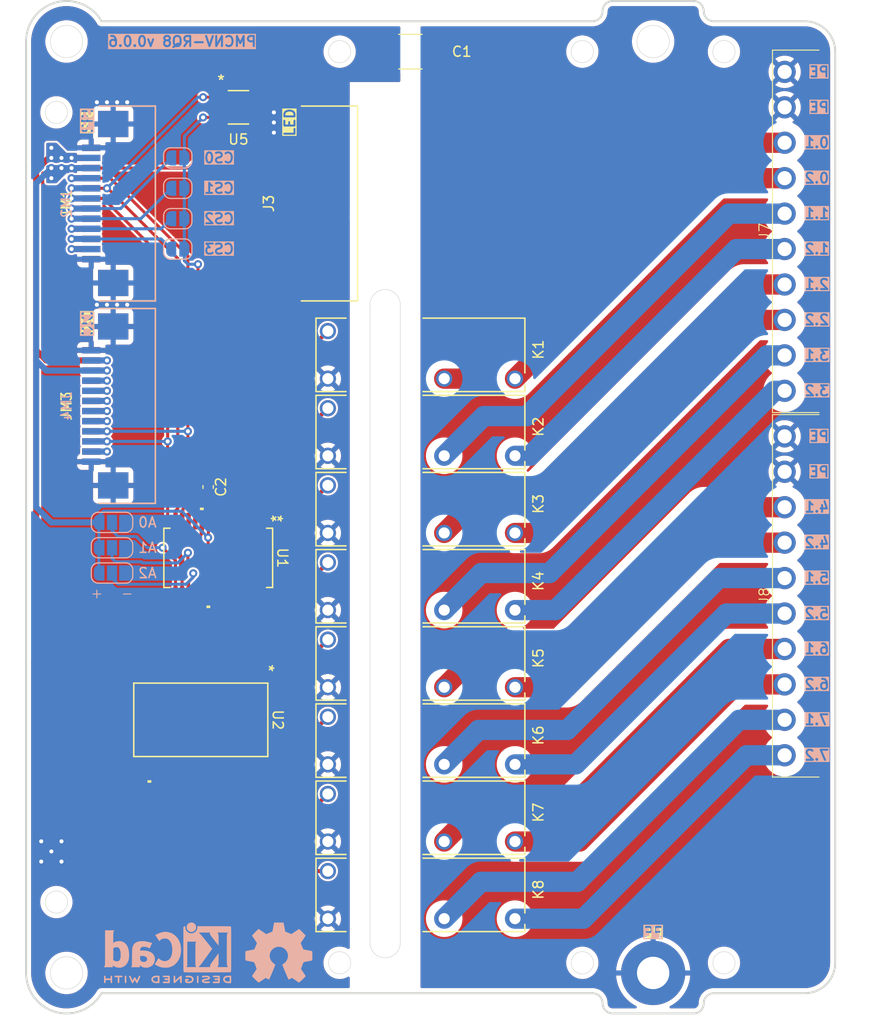
<source format=kicad_pcb>
(kicad_pcb (version 20241229) (generator "pcbnew") (generator_version "9.0")
  (title_block (title "${article} v${version}"))
  (layers (0 "F.Cu" signal) (2 "B.Cu" signal) (13 "F.Paste" user) (15 "B.Paste" user) (5 "F.SilkS" user "F.Silkscreen") (7 "B.SilkS" user "B.Silkscreen") (1 "F.Mask" user) (3 "B.Mask" user) (25 "Edge.Cuts" user))
  (property "article" "PMCNV-RQ8")
  (property "version" "0.0.6")
  (net 0 "")
  (net 1 "/K7")
  (net 2 "/K3")
  (net 3 "/K5")
  (net 4 "/K6")
  (net 5 "/K8")
  (net 6 "/K4")
  (net 7 "/K1")
  (net 8 "/K2")
  (net 9 "PE")
  (net 10 "/MISO")
  (net 11 "/K8_exp")
  (net 12 "/K4_exp")
  (net 13 "/K7_exp")
  (net 14 "/K1_exp")
  (net 15 "/K6_exp")
  (net 16 "/K2_exp")
  (net 17 "/K3_exp")
  (net 18 "/K5_exp")
  (net 19 "/CS")
  (net 20 "/K8_led")
  (net 21 "/K7_led")
  (net 22 "/K5_led")
  (net 23 "/K1_led")
  (net 24 "/K6_led")
  (net 25 "/K4_led")
  (net 26 "/K2_led")
  (net 27 "/K3_led")
  (net 28 "/CS3")
  (net 29 "/CS0")
  (net 30 "/CS2")
  (net 31 "/CS1")
  (net 32 "Net-(J7-Pin_8)")
  (net 33 "Net-(J7-Pin_4)")
  (net 34 "Net-(J7-Pin_2)")
  (net 35 "Net-(J7-Pin_7)")
  (net 36 "Net-(J7-Pin_1)")
  (net 37 "Net-(J7-Pin_3)")
  (net 38 "Net-(J7-Pin_5)")
  (net 39 "Net-(J7-Pin_6)")
  (net 40 "Net-(J8-Pin_1)")
  (net 41 "Net-(J8-Pin_5)")
  (net 42 "Net-(J8-Pin_3)")
  (net 43 "Net-(J8-Pin_6)")
  (net 44 "Net-(J8-Pin_7)")
  (net 45 "Net-(J8-Pin_4)")
  (net 46 "Net-(J8-Pin_2)")
  (net 47 "Net-(J8-Pin_8)")
  (net 50 "/SCK")
  (net 51 "/MOSI")
  (net 52 "+5V_MCU")
  (net 53 "/INT")
  (net 54 "GND_MCU")
  (net 55 "/CS_LED")
  (net 56 "/MISO_LED")
  (net 57 "+3.3V_MCU")
  (net 58 "Net-(JM3-Pin_8)")
  (net 59 "Net-(JM3-Pin_9)")
  (net 60 "Net-(JM3-Pin_7)")
  (net 61 "Net-(JM3-Pin_6)")
  (net 62 "Net-(JM3-Pin_5)")
  (net 63 "Net-(JM3-Pin_2)")
  (net 64 "/A1")
  (net 65 "/A2")
  (net 66 "/A0")
  (footprint "kicad_inventree_lib:CONN10_AFA07-S12_JUS" (layer "F.Cu") (at 44.9 90.3 90)
    (property "Reference" "JM3")
    (property "Value" "AFA07-S12FCC-00")
  )
  (footprint "kicad_inventree_lib:G5NB-1A-E_DC12_RELAY_G5NB-1A_DC5_OMR" (layer "F.Cu") (at 83.04 105.76 90)
    (property "Reference" "K4")
    (property "Value" "G5NB-1A-E-DC5")
  )
  (footprint "kicad_inventree_lib:SOP18-P-375-1p27_TOS-M" (layer "F.Cu") (at 52.175 121.3 -90)
    (property "Reference" "U2")
    (property "Value" "TBD62783AFG")
  )
  (footprint "kicad_inventree_lib:G5NB-1A-E_DC12_RELAY_G5NB-1A_DC5_OMR" (layer "F.Cu") (at 83.04 113.38 90)
    (property "Reference" "K5")
    (property "Value" "G5NB-1A-E-DC5")
  )
  (footprint "kicad_inventree_lib:PM-ESP32C3_v0.0.5" (layer "F.Cu") (at 34.9 100.3)
    (property "Reference" "U4" (hide yes))
    (property "Value" "~" (hide yes))
    (fp_circle (center 3 -39) (end 4.1 -39) (stroke (width 0.05)) (fill no) (layer "Edge.Cuts"))
    (fp_circle (center 3 39) (end 4.1 39) (stroke (width 0.05)) (fill no) (layer "Edge.Cuts"))
    (fp_circle (center 31 -45) (end 32.1 -45) (stroke (width 0.05)) (fill no) (layer "Edge.Cuts"))
    (fp_circle (center 31 45) (end 32.1 45) (stroke (width 0.05)) (fill no) (layer "Edge.Cuts"))
  )
  (footprint "kicad_inventree_lib:G5NB-1A-E_DC12_RELAY_G5NB-1A_DC5_OMR" (layer "F.Cu") (at 83.04 121 90)
    (property "Reference" "K6")
    (property "Value" "G5NB-1A-E-DC5")
  )
  (footprint "kicad_inventree_lib:G5NB-1A-E_DC12_RELAY_G5NB-1A_DC5_OMR" (layer "F.Cu") (at 83.04 136.24 90)
    (property "Reference" "K8")
    (property "Value" "G5NB-1A-E-DC5")
  )
  (footprint "kicad_inventree_lib:G5NB-1A-E_DC12_RELAY_G5NB-1A_DC5_OMR" (layer "F.Cu") (at 83.04 82.9 90)
    (property "Reference" "K1")
    (property "Value" "G5NB-1A-E-DC5")
  )
  (footprint "kicad_inventree_lib:PM_LED-xx-v0.0.1" (layer "F.Cu") (at 99.9 100.3)
    (property "Reference" "U3" (hide yes))
    (property "Value" "PM-LED8_v0.0.2")
    (fp_circle (center -10 -45) (end -8.9 -45) (stroke (width 0.05)) (fill no) (layer "Edge.Cuts"))
    (fp_circle (center -10 45) (end -8.9 45) (stroke (width 0.05)) (fill no) (layer "Edge.Cuts"))
    (fp_circle (center 4 -45) (end 5.1 -45) (stroke (width 0.05)) (fill no) (layer "Edge.Cuts"))
    (fp_circle (center 4 45) (end 5.1 45) (stroke (width 0.05)) (fill no) (layer "Edge.Cuts"))
  )
  (footprint "kicad_inventree_lib:MountingHole_M3" (layer "F.Cu") (at 38.9 54.3)
    (property "Reference" "H2" (hide yes))
    (property "Value" "MountingHole_M3")
    (fp_circle (center 0 0) (end 1.6 0) (stroke (width 0.05)) (fill no) (layer "Edge.Cuts"))
  )
  (footprint "kicad_inventree_lib:15EDGRC-3.5-10P" (layer "F.Cu") (at 109.9 124.8 90)
    (property "Reference" "J8")
    (property "Value" "15EDGRC-3.5-10P")
  )
  (footprint "kicad_inventree_lib:G5NB-1A-E_DC12_RELAY_G5NB-1A_DC5_OMR" (layer "F.Cu") (at 83.04 128.62 90)
    (property "Reference" "K7")
    (property "Value" "G5NB-1A-E-DC5")
  )
  (footprint "kicad_inventree_lib:DBV6-M" (layer "F.Cu") (at 55.9 60.8)
    (property "Reference" "U5")
    (property "Value" "SN74LVC2G14DBVR")
  )
  (footprint "kicad_inventree_lib:MountingHole_M3" (layer "F.Cu") (at 96.9 54.3)
    (property "Reference" "H1" (hide yes))
    (property "Value" "MountingHole_M3")
    (fp_circle (center 0 0) (end 1.6 0) (stroke (width 0.05)) (fill no) (layer "Edge.Cuts"))
  )
  (footprint "Capacitor_SMD:C_0603_1608Metric" (layer "F.Cu") (at 52.9 98.3 90)
    (property "Reference" "C2")
    (property "Value" "100nF")
  )
  (footprint "kicad_inventree_lib:MountingHole_M3" (layer "F.Cu") (at 38.9 146.3)
    (property "Reference" "H3" (hide yes))
    (property "Value" "MountingHole_M3")
    (fp_circle (center 0 0) (end 1.6 0) (stroke (width 0.05)) (fill no) (layer "Edge.Cuts"))
  )
  (footprint "kicad_inventree_lib:PE" (layer "F.Cu") (at 96.9 146.3)
    (property "Reference" "PE1" (hide yes))
    (property "Value" "PE")
  )
  (footprint "kicad_inventree_lib:CONN10_AFA07-S12_JUS" (layer "F.Cu") (at 44.9 70.3 90)
    (property "Reference" "JM1")
    (property "Value" "AFA07-S12FCC-00")
  )
  (footprint "kicad_inventree_lib:G5NB-1A-E_DC12_RELAY_G5NB-1A_DC5_OMR" (layer "F.Cu") (at 83.04 98.14 90)
    (property "Reference" "K3")
    (property "Value" "G5NB-1A-E-DC5")
  )
  (footprint "kicad_inventree_lib:SSOP28_MC_MCH" (layer "F.Cu") (at 53.9 105.3 -90)
    (property "Reference" "U1")
    (property "Value" "MCP23S17_SS")
  )
  (footprint "kicad_inventree_lib:G5NB-1A-E_DC12_RELAY_G5NB-1A_DC5_OMR" (layer "F.Cu") (at 83.04 90.52 90)
    (property "Reference" "K2")
    (property "Value" "G5NB-1A-E-DC5")
  )
  (footprint "Capacitor_SMD:C_1812_4532Metric_Pad1.57x3.40mm_HandSolder" (layer "F.Cu") (at 72.9 55.3 180)
    (property "Reference" "C1")
    (property "Value" "4.7nF 2kV")
  )
  (footprint "kicad_inventree_lib:CONN10_AFA07-S12_JUS" (layer "F.Cu") (at 64.9 70.3 90)
    (property "Reference" "J3")
    (property "Value" "AFA07-S12FCC-00")
  )
  (footprint "kicad_inventree_lib:15EDGRC-3.5-10P" (layer "F.Cu") (at 109.9 88.8 90)
    (property "Reference" "J7")
    (property "Value" "15EDGRC-3.5-10P")
  )
  (footprint "Jumper:SolderJumper-2_P1.3mm_Open_RoundedPad1.0x1.5mm" (layer "B.Cu") (at 49.9 71.8)
    (property "Reference" "JP3" (hide yes))
    (property "Value" "SolderJumper_2_Open")
  )
  (footprint "kicad_inventree_lib:CONN10_AFA07-S12_JUS" (layer "B.Cu") (at 44.9 90.3 -90)
    (property "Reference" "JM4")
    (property "Value" "AFA07-S12FCC-00")
  )
  (footprint "kicad_inventree_lib:CONN10_AFA07-S12_JUS" (layer "B.Cu") (at 44.9 70.3 -90)
    (property "Reference" "JM2")
    (property "Value" "AFA07-S12FCC-00")
  )
  (footprint "kicad_inventree_lib:SolderJumper-3_P1.3mm_Open_RoundedPad1.0x1.5mm" (layer "B.Cu") (at 43.4 104.3 180)
    (property "Reference" "JP6" (hide yes))
    (property "Value" "SolderJumper_3_Open")
  )
  (footprint "Jumper:SolderJumper-2_P1.3mm_Open_RoundedPad1.0x1.5mm" (layer "B.Cu") (at 49.9 74.8)
    (property "Reference" "JP4" (hide yes))
    (property "Value" "SolderJumper_2_Open")
  )
  (footprint "Symbol:OSHW-Symbol_6.7x6mm_SilkScreen" (layer "B.Cu") (at 59.9 144.3 180)
    (property "Reference" "oshw_logo" (hide yes))
    (property "Value" "OSHW-Symbol_6.7x6mm_SilkScreen" (hide yes))
  )
  (footprint "Jumper:SolderJumper-2_P1.3mm_Open_RoundedPad1.0x1.5mm" (layer "B.Cu") (at 49.9 68.8)
    (property "Reference" "JP2" (hide yes))
    (property "Value" "SolderJumper_2_Open")
  )
  (footprint "kicad_inventree_lib:SolderJumper-3_P1.3mm_Open_RoundedPad1.0x1.5mm" (layer "B.Cu") (at 43.4 101.8 180)
    (property "Reference" "JP5" (hide yes))
    (property "Value" "SolderJumper_3_Open")
  )
  (footprint "Symbol:KiCad-Logo2_5mm_SilkScreen" (layer "B.Cu") (at 48.9 144.3 180)
    (property "Reference" "kicad_logo" (hide yes))
    (property "Value" "KiCad-Logo2_5mm_SilkScreen" (hide yes))
  )
  (footprint "kicad_inventree_lib:SolderJumper-3_P1.3mm_Open_RoundedPad1.0x1.5mm" (layer "B.Cu") (at 43.4 106.8 180)
    (property "Reference" "JP7" (hide yes))
    (property "Value" "SolderJumper_3_Open")
  )
  (footprint "Jumper:SolderJumper-2_P1.3mm_Open_RoundedPad1.0x1.5mm" (layer "B.Cu") (at 49.9 65.8)
    (property "Reference" "JP1" (hide yes))
    (property "Value" "SolderJumper_2_Open")
  )
  (gr_line (start 92.9 150.3) (end 100.9 150.3) (stroke (width 0.2)) (layer "Edge.Cuts"))
  (gr_arc (start 114.9 145.3) (mid 114.02132 147.42132) (end 111.9 148.3) (stroke (width 0.2)) (layer "Edge.Cuts"))
  (gr_arc (start 102.9 52.3) (mid 102.192893 52.007107) (end 101.9 51.3) (stroke (width 0.2)) (layer "Edge.Cuts"))
  (gr_line (start 111.9 52.3) (end 102.9 52.3) (stroke (width 0.2)) (layer "Edge.Cuts"))
  (gr_arc (start 42.364101 148.3) (mid 37.864724 150.163703) (end 34.9 146.3) (stroke (width 0.2)) (layer "Edge.Cuts"))
  (gr_line (start 42.372973 52.3) (end 90.9 52.3) (stroke (width 0.2)) (layer "Edge.Cuts"))
  (gr_line (start 71.9 143.3) (end 71.9 80.3) (stroke (width 0.05)) (layer "Edge.Cuts"))
  (gr_arc (start 111.9 52.3) (mid 114.02132 53.17868) (end 114.9 55.3) (stroke (width 0.2)) (layer "Edge.Cuts"))
  (gr_arc (start 68.9 80.3) (mid 70.4 78.8) (end 71.9 80.3) (stroke (width 0.05)) (layer "Edge.Cuts"))
  (gr_line (start 114.9 55.3) (end 114.9 145.3) (stroke (width 0.2)) (layer "Edge.Cuts"))
  (gr_arc (start 71.9 143.3) (mid 70.4 144.8) (end 68.9 143.3) (stroke (width 0.05)) (layer "Edge.Cuts"))
  (gr_arc (start 90.9 148.3) (mid 91.607107 148.592893) (end 91.9 149.3) (stroke (width 0.2)) (layer "Edge.Cuts"))
  (gr_arc (start 100.9 50.3) (mid 101.607107 50.592893) (end 101.9 51.3) (stroke (width 0.2)) (layer "Edge.Cuts"))
  (gr_line (start 102.9 148.3) (end 111.9 148.3) (stroke (width 0.2)) (layer "Edge.Cuts"))
  (gr_arc (start 101.9 149.3) (mid 101.607107 150.007107) (end 100.9 150.3) (stroke (width 0.2)) (layer "Edge.Cuts"))
  (gr_arc (start 101.9 149.3) (mid 102.192893 148.592893) (end 102.9 148.3) (stroke (width 0.2)) (layer "Edge.Cuts"))
  (gr_arc (start 38.9 50.3) (mid 40.901917 50.837006) (end 42.366314 52.303836) (stroke (width 0.2)) (layer "Edge.Cuts"))
  (gr_line (start 90.9 148.3) (end 42.3641 148.3) (stroke (width 0.2)) (layer "Edge.Cuts"))
  (gr_line (start 34.9 54.3) (end 34.9 146.3) (stroke (width 0.2)) (layer "Edge.Cuts"))
  (gr_arc (start 92.9 150.3) (mid 92.192893 150.007107) (end 91.9 149.3) (stroke (width 0.2)) (layer "Edge.Cuts"))
  (gr_arc (start 34.9 54.3) (mid 36.071573 51.471573) (end 38.9 50.3) (stroke (width 0.2)) (layer "Edge.Cuts"))
  (gr_arc (start 91.9 51.3) (mid 91.607107 52.007107) (end 90.9 52.3) (stroke (width 0.2)) (layer "Edge.Cuts"))
  (gr_line (start 68.9 80.3) (end 68.9 143.3) (stroke (width 0.05)) (layer "Edge.Cuts"))
  (gr_arc (start 91.9 51.3) (mid 92.192893 50.592893) (end 92.9 50.3) (stroke (width 0.2)) (layer "Edge.Cuts"))
  (gr_line (start 100.9 50.3) (end 92.9 50.3) (stroke (width 0.2)) (layer "Edge.Cuts"))
  (gr_text "LED" (at 60.4 60.8 90) (layer "F.SilkS" knockout) (effects (font (size 1 1) (thickness 0.2) (bold yes)) (justify right top)))
  (gr_text "I2C" (at 40.4 80.8 90) (layer "F.SilkS" knockout) (effects (font (size 1 1) (thickness 0.2) (bold yes)) (justify right top)))
  (gr_text "PE" (at 96.9 142.3 0) (layer "F.SilkS" knockout) (effects (font (size 1 1) (thickness 0.2) (bold yes))))
  (gr_text "SPI" (at 40.4 60.8 90) (layer "F.SilkS" knockout) (effects (font (size 1 1) (thickness 0.2) (bold yes)) (justify right top)))
  (gr_text "PE" (at 114.4 60.8 0) (layer "B.SilkS" knockout) (effects (font (size 1 1) (thickness 0.2) (bold yes)) (justify left mirror)))
  (gr_text "PE" (at 114.4 96.8 0) (layer "B.SilkS" knockout) (effects (font (size 1 1) (thickness 0.2) (bold yes)) (justify left mirror)))
  (gr_text "0.2" (at 114.4 67.8 0) (layer "B.SilkS" knockout) (effects (font (size 1 1) (thickness 0.2) (bold yes)) (justify left mirror)))
  (gr_text "7.2" (at 114.4 124.8 0) (layer "B.SilkS" knockout) (effects (font (size 1 1) (thickness 0.2) (bold yes)) (justify left mirror)))
  (gr_text "2.2" (at 114.4 81.8 0) (layer "B.SilkS" knockout) (effects (font (size 1 1) (thickness 0.2) (bold yes)) (justify left mirror)))
  (gr_text "${article} v${version}" (at 42.9 54.3 0) (layer "B.SilkS" knockout) (effects (font (size 1 1) (thickness 0.2) (bold yes)) (justify right mirror)))
  (gr_text "1.1" (at 114.4 71.3 0) (layer "B.SilkS" knockout) (effects (font (size 1 1) (thickness 0.2) (bold yes)) (justify left mirror)))
  (gr_text "+" (at 41.9 108.8 0) (layer "B.SilkS") (effects (font (size 1 1) (thickness 0.1)) (justify mirror)))
  (gr_text "CS0" (at 52.4 65.8 0) (layer "B.SilkS" knockout) (effects (font (size 1 1) (thickness 0.2) (bold yes)) (justify right mirror)))
  (gr_text "CS2" (at 52.4 71.8 0) (layer "B.SilkS" knockout) (effects (font (size 1 1) (thickness 0.2) (bold yes)) (justify right mirror)))
  (gr_text "2.1" (at 114.4 78.3 0) (layer "B.SilkS" knockout) (effects (font (size 1 1) (thickness 0.2) (bold yes)) (justify left mirror)))
  (gr_text "7.1" (at 114.4 121.3 0) (layer "B.SilkS" knockout) (effects (font (size 1 1) (thickness 0.2) (bold yes)) (justify left mirror)))
  (gr_text "A0" (at 46.9 101.8 0) (layer "B.SilkS") (effects (font (size 1 1)) (justify mirror)))
  (gr_text "SPI" (at 40.4 60.8 90) (layer "B.SilkS" knockout) (effects (font (size 1 1) (thickness 0.2) (bold yes)) (justify left top mirror)))
  (gr_text "0.1" (at 114.4 64.3 0) (layer "B.SilkS" knockout) (effects (font (size 1 1) (thickness 0.2) (bold yes)) (justify left mirror)))
  (gr_text "4.1" (at 114.4 100.3 0) (layer "B.SilkS" knockout) (effects (font (size 1 1) (thickness 0.2) (bold yes)) (justify left mirror)))
  (gr_text "PE" (at 114.4 57.3 0) (layer "B.SilkS" knockout) (effects (font (size 1 1) (thickness 0.2) (bold yes)) (justify left mirror)))
  (gr_text "I2C" (at 40.4 80.8 90) (layer "B.SilkS" knockout) (effects (font (size 1 1) (thickness 0.2) (bold yes)) (justify left top mirror)))
  (gr_text "4.2" (at 114.4 103.8 0) (layer "B.SilkS" knockout) (effects (font (size 1 1) (thickness 0.2) (bold yes)) (justify left mirror)))
  (gr_text "6.1" (at 114.4 114.3 0) (layer "B.SilkS" knockout) (effects (font (size 1 1) (thickness 0.2) (bold yes)) (justify left mirror)))
  (gr_text "PE" (at 114.4 93.3 0) (layer "B.SilkS" knockout) (effects (font (size 1 1) (thickness 0.2) (bold yes)) (justify left mirror)))
  (gr_text "PE" (at 96.9 142.3 -0) (layer "B.SilkS" knockout) (effects (font (size 1 1) (thickness 0.2) (bold yes)) (justify mirror)))
  (gr_text "5.1" (at 114.4 107.3 0) (layer "B.SilkS" knockout) (effects (font (size 1 1) (thickness 0.2) (bold yes)) (justify left mirror)))
  (gr_text "-" (at 44.9 108.8 0) (layer "B.SilkS") (effects (font (size 1 1) (thickness 0.1)) (justify mirror)))
  (gr_text "3.1" (at 114.4 85.3 0) (layer "B.SilkS" knockout) (effects (font (size 1 1) (thickness 0.2) (bold yes)) (justify left mirror)))
  (gr_text "6.2" (at 114.4 117.8 0) (layer "B.SilkS" knockout) (effects (font (size 1 1) (thickness 0.2) (bold yes)) (justify left mirror)))
  (gr_text "A2" (at 46.9 106.8 0) (layer "B.SilkS") (effects (font (size 1 1)) (justify mirror)))
  (gr_text "A1" (at 46.9 104.3 0) (layer "B.SilkS") (effects (font (size 1 1)) (justify mirror)))
  (gr_text "1.2" (at 114.4 74.8 0) (layer "B.SilkS" knockout) (effects (font (size 1 1) (thickness 0.2) (bold yes)) (justify left mirror)))
  (gr_text "CS3" (at 52.4 74.8 0) (layer "B.SilkS" knockout) (effects (font (size 1 1) (thickness 0.2) (bold yes)) (justify right mirror)))
  (gr_text "5.2" (at 114.4 110.8 0) (layer "B.SilkS" knockout) (effects (font (size 1 1) (thickness 0.2) (bold yes)) (justify left mirror)))
  (gr_text "3.2" (at 114.4 88.8 0) (layer "B.SilkS" knockout) (effects (font (size 1 1) (thickness 0.2) (bold yes)) (justify left mirror)))
  (gr_text "CS1" (at 52.4 68.8 0) (layer "B.SilkS" knockout) (effects (font (size 1 1) (thickness 0.2) (bold yes)) (justify right mirror)))
  (segment (start 49.635 126.783398) (end 53.656602 130.805) (width 0.4) (layer "F.Cu") (net 1))
  (segment (start 62.555 130.805) (end 62.9 130.46) (width 0.4) (layer "F.Cu") (net 1))
  (segment (start 49.635 126.150798) (end 49.635 126.783398) (width 0.4) (layer "F.Cu") (net 1))
  (segment (start 64.74 128.62) (end 62.9 130.46) (width 0.4) (layer "F.Cu") (net 1))
  (segment (start 53.656602 130.805) (end 62.555 130.805) (width 0.4) (layer "F.Cu") (net 1))
  (segment (start 54.715 126.150798) (end 54.715 126.783398) (width 0.4) (layer "F.Cu") (net 2))
  (segment (start 64.74 98.14) (end 60.496 102.384) (width 0.4) (layer "F.Cu") (net 2))
  (segment (start 54.715 126.783398) (end 56.332602 128.401) (width 0.4) (layer "F.Cu") (net 2))
  (segment (start 60.496 127.548942) (end 60.496 127.3) (width 0.4) (layer "F.Cu") (net 2))
  (segment (start 56.332602 128.401) (end 59.643942 128.401) (width 0.4) (layer "F.Cu") (net 2))
  (segment (start 59.643942 128.401) (end 60.496 127.548942) (width 0.4) (layer "F.Cu") (net 2))
  (segment (start 60.496 102.384) (end 60.496 127.3) (width 0.4) (layer "F.Cu") (net 2))
  (segment (start 61.698 128.046826) (end 61.698 116.422) (width 0.4) (layer "F.Cu") (net 3))
  (segment (start 54.994602 129.603) (end 60.141826 129.603) (width 0.4) (layer "F.Cu") (net 3))
  (segment (start 52.175 126.150798) (end 52.175 126.783398) (width 0.4) (layer "F.Cu") (net 3))
  (segment (start 52.175 126.783398) (end 54.994602 129.603) (width 0.4) (layer "F.Cu") (net 3))
  (segment (start 60.141826 129.603) (end 61.698 128.046826) (width 0.4) (layer "F.Cu") (net 3))
  (segment (start 61.698 116.422) (end 64.74 113.38) (width 0.4) (layer "F.Cu") (net 3))
  (segment (start 50.905 126.150798) (end 50.905 126.783398) (width 0.4) (layer "F.Cu") (net 4))
  (segment (start 54.325602 130.204) (end 60.390768 130.204) (width 0.4) (layer "F.Cu") (net 4))
  (segment (start 50.905 126.783398) (end 54.325602 130.204) (width 0.4) (layer "F.Cu") (net 4))
  (segment (start 60.390768 130.204) (end 62.299 128.295768) (width 0.4) (layer "F.Cu") (net 4))
  (segment (start 62.299 123.441) (end 62.299 128.295768) (width 0.4) (layer "F.Cu") (net 4))
  (segment (start 64.74 121) (end 62.299 123.441) (width 0.4) (layer "F.Cu") (net 4))
  (segment (start 48.365 127.531) (end 48.365 126.150798) (width 0.4) (layer "F.Cu") (net 5))
  (segment (start 57.074 136.24) (end 48.365 127.531) (width 0.4) (layer "F.Cu") (net 5))
  (segment (start 64.74 136.24) (end 57.074 136.24) (width 0.4) (layer "F.Cu") (net 5))
  (segment (start 55.663602 129.002) (end 59.892884 129.002) (width 0.4) (layer "F.Cu") (net 6))
  (segment (start 61.097 109.403) (end 61.097 126.8) (width 0.4) (layer "F.Cu") (net 6))
  (segment (start 64.74 105.76) (end 61.097 109.403) (width 0.4) (layer "F.Cu") (net 6))
  (segment (start 59.892884 129.002) (end 61.097 127.797884) (width 0.4) (layer "F.Cu") (net 6))
  (segment (start 53.445 126.783398) (end 55.663602 129.002) (width 0.4) (layer "F.Cu") (net 6))
  (segment (start 53.445 126.150798) (end 53.445 126.783398) (width 0.4) (layer "F.Cu") (net 6))
  (segment (start 61.097 127.797884) (end 61.097 126.8) (width 0.4) (layer "F.Cu") (net 6))
  (segment (start 58.443202 126.150798) (end 59.294 125.3) (width 0.4) (layer "F.Cu") (net 7))
  (segment (start 64.74 82.9) (end 59.294 88.346) (width 0.4) (layer "F.Cu") (net 7))
  (segment (start 59.294 88.346) (end 59.294 125.3) (width 0.4) (layer "F.Cu") (net 7))
  (segment (start 57.255 126.150798) (end 58.443202 126.150798) (width 0.4) (layer "F.Cu") (net 7))
  (segment (start 57.001602 127.8) (end 59.395 127.8) (width 0.4) (layer "F.Cu") (net 8))
  (segment (start 55.985 126.150798) (end 55.985 126.783398) (width 0.4) (layer "F.Cu") (net 8))
  (segment (start 59.895 127.3) (end 59.895 95.365) (width 0.4) (layer "F.Cu") (net 8))
  (segment (start 59.895 95.365) (end 64.74 90.52) (width 0.4) (layer "F.Cu") (net 8))
  (segment (start 59.395 127.8) (end 59.895 127.3) (width 0.4) (layer "F.Cu") (net 8))
  (segment (start 55.985 126.783398) (end 57.001602 127.8) (width 0.4) (layer "F.Cu") (net 8))
  (segment (start 54.383151 59.8) (end 54.43315 59.849999) (width 0.3) (layer "F.Cu") (net 10))
  (segment (start 49.899 75.72615) (end 49.899 100.4184) (width 0.3) (layer "F.Cu") (net 10))
  (segment (start 41.343997 68.8) (end 41.344 68.800003) (width 0.6) (layer "F.Cu") (net 10))
  (segment (start 49.675002 100.642398) (end 49.675002 101.672199) (width 0.3) (layer "F.Cu") (net 10))
  (segment (start 42.9 68.8) (end 42.97285 68.8) (width 0.3) (layer "F.Cu") (net 10))
  (segment (start 52.4 59.8) (end 54.383151 59.8) (width 0.3) (layer "F.Cu") (net 10))
  (segment (start 39.4 68.8) (end 41.343997 68.8) (width 0.6) (layer "F.Cu") (net 10))
  (segment (start 41.344 68.8) (end 42.9 68.8) (width 0.3) (layer "F.Cu") (net 10))
  (segment (start 49.899 100.4184) (end 49.675002 100.642398) (width 0.3) (layer "F.Cu") (net 10))
  (segment (start 42.97285 68.8) (end 49.899 75.72615) (width 0.3) (layer "F.Cu") (net 10))
  (via (at 52.4 59.8) (size 0.8) (drill 0.4) (layers "F.Cu" "B.Cu") (net 10))
  (via (at 42.9 68.8) (size 0.8) (drill 0.4) (layers "F.Cu" "B.Cu") (net 10))
  (via (at 39.4 68.8) (size 0.8) (drill 0.4) (layers "F.Cu" "B.Cu") (net 10))
  (segment (start 51.9 59.8) (end 52.4 59.8) (width 0.3) (layer "B.Cu") (net 10))
  (segment (start 39.4 68.8) (end 41.343997 68.8) (width 0.6) (layer "B.Cu") (net 10))
  (segment (start 42.9 68.8) (end 51.9 59.8) (width 0.3) (layer "B.Cu") (net 10))
  (segment (start 39.400003 68.800003) (end 39.4 68.8) (width 0.3) (layer "B.Cu") (net 10))
  (segment (start 41.343997 68.8) (end 41.344 68.800003) (width 0.6) (layer "B.Cu") (net 10))
  (segment (start 48.365 115.335) (end 53.574999 110.125001) (width 0.3) (layer "F.Cu") (net 11))
  (segment (start 53.574999 110.125001) (end 53.574999 108.927801) (width 0.3) (layer "F.Cu") (net 11))
  (segment (start 48.365 116.449202) (end 48.365 115.335) (width 0.3) (layer "F.Cu") (net 11))
  (segment (start 53.445 116.449202) (end 53.445 114.255) (width 0.3) (layer "F.Cu") (net 12))
  (segment (start 56.174999 111.525001) (end 56.174999 108.927801) (width 0.3) (layer "F.Cu") (net 12))
  (segment (start 53.445 114.255) (end 56.174999 111.525001) (width 0.3) (layer "F.Cu") (net 12))
  (segment (start 49.635 115.065) (end 54.225001 110.474999) (width 0.3) (layer "F.Cu") (net 13))
  (segment (start 54.225001 110.474999) (end 54.225001 108.927801) (width 0.3) (layer "F.Cu") (net 13))
  (segment (start 49.635 116.449202) (end 49.635 115.065) (width 0.3) (layer "F.Cu") (net 13))
  (segment (start 57.255 113.445) (end 58.125 112.575) (width 0.3) (layer "F.Cu") (net 14))
  (segment (start 57.255 116.449202) (end 57.255 113.445) (width 0.3) (layer "F.Cu") (net 14))
  (segment (start 58.125 112.575) (end 58.125 108.927801) (width 0.3) (layer "F.Cu") (net 14))
  (segment (start 54.874999 110.825001) (end 54.874999 108.927801) (width 0.3) (layer "F.Cu") (net 15))
  (segment (start 50.905 114.795) (end 54.874999 110.825001) (width 0.3) (layer "F.Cu") (net 15))
  (segment (start 50.905 116.449202) (end 50.905 114.795) (width 0.3) (layer "F.Cu") (net 15))
  (segment (start 55.985 113.715) (end 57.474999 112.225001) (width 0.3) (layer "F.Cu") (net 16))
  (segment (start 57.474999 108.927801) (end 57.474999 112.225001) (width 0.3) (layer "F.Cu") (net 16))
  (segment (start 55.985 116.449202) (end 55.985 113.715) (width 0.3) (layer "F.Cu") (net 16))
  (segment (start 54.715 116.449202) (end 54.715 113.985) (width 0.3) (layer "F.Cu") (net 17))
  (segment (start 56.825 111.875) (end 56.825 108.927801) (width 0.3) (layer "F.Cu") (net 17))
  (segment (start 54.715 113.985) (end 56.825 111.875) (width 0.3) (layer "F.Cu") (net 17))
  (segment (start 52.175 116.449202) (end 52.175 114.525) (width 0.3) (layer "F.Cu") (net 18))
  (segment (start 52.175 114.525) (end 55.525001 111.174999) (width 0.3) (layer "F.Cu") (net 18))
  (segment (start 55.525001 111.174999) (end 55.525001 108.927801) (width 0.3) (layer "F.Cu") (net 18))
  (segment (start 51.625001 101.672199) (end 51.625001 97.504177) (width 0.3) (layer "F.Cu") (net 19))
  (segment (start 51.9 97.229178) (end 51.9 76.3) (width 0.3) (layer "F.Cu") (net 19))
  (segment (start 54.383151 61.8) (end 54.43315 61.750001) (width 0.3) (layer "F.Cu") (net 19))
  (segment (start 52.4 61.8) (end 54.383151 61.8) (width 0.3) (layer "F.Cu") (net 19))
  (segment (start 51.625001 97.504177) (end 51.9 97.229178) (width 0.3) (layer "F.Cu") (net 19))
  (via (at 51.9 76.3) (size 0.8) (drill 0.4) (layers "F.Cu" "B.Cu") (net 19))
  (via (at 52.4 61.8) (size 0.8) (drill 0.4) (layers "F.Cu" "B.Cu") (net 19))
  (segment (start 50.55 63.65) (end 52.4 61.8) (width 0.3) (layer "B.Cu") (net 19))
  (segment (start 50.9 76.3) (end 50.55 75.95) (width 0.3) (layer "B.Cu") (net 19))
  (segment (start 51.9 76.3) (end 50.9 76.3) (width 0.3) (layer "B.Cu") (net 19))
  (segment (start 50.55 75.95) (end 50.55 74.8) (width 0.3) (layer "B.Cu") (net 19))
  (segment (start 50.55 68.8) (end 50.55 71.8) (width 0.3) (layer "B.Cu") (net 19))
  (segment (start 50.55 71.8) (end 50.55 74.8) (width 0.3) (layer "B.Cu") (net 19))
  (segment (start 50.55 65.8) (end 50.55 63.65) (width 0.3) (layer "B.Cu") (net 19))
  (segment (start 50.55 65.8) (end 50.55 68.8) (width 0.3) (layer "B.Cu") (net 19))
  (segment (start 58.125 101.672199) (end 58.125 100.059174) (width 0.3) (layer "F.Cu") (net 20))
  (segment (start 57.9 99.834174) (end 57.9 74.811398) (width 0.3) (layer "F.Cu") (net 20))
  (segment (start 59.9114 72.799998) (end 61.344 72.799998) (width 0.3) (layer "F.Cu") (net 20))
  (segment (start 58.125 100.059174) (end 57.9 99.834174) (width 0.3) (layer "F.Cu") (net 20))
  (segment (start 57.9 74.811398) (end 59.9114 72.799998) (width 0.3) (layer "F.Cu") (net 20))
  (segment (start 57.474999 100.117694) (end 57.399 100.041694) (width 0.3) (layer "F.Cu") (net 21))
  (segment (start 57.399 100.041694) (end 57.399 74.301) (width 0.3) (layer "F.Cu") (net 21))
  (segment (start 59.9 71.8) (end 61.344 71.8) (width 0.3) (layer "F.Cu") (net 21))
  (segment (start 57.399 74.301) (end 59.9 71.8) (width 0.3) (layer "F.Cu") (net 21))
  (segment (start 57.474999 101.672199) (end 57.474999 100.117694) (width 0.3) (layer "F.Cu") (net 21))
  (segment (start 56.174999 101.672199) (end 56.174999 100.234734) (width 0.3) (layer "F.Cu") (net 22))
  (segment (start 56.397 100.012733) (end 56.397 73.303) (width 0.3) (layer "F.Cu") (net 22))
  (segment (start 56.174999 100.234734) (end 56.397 100.012733) (width 0.3) (layer "F.Cu") (net 22))
  (segment (start 59.9 69.8) (end 61.344 69.8) (width 0.3) (layer "F.Cu") (net 22))
  (segment (start 56.397 73.303) (end 59.9 69.8) (width 0.3) (layer "F.Cu") (net 22))
  (segment (start 53.956101 99.619549) (end 54.393 99.182651) (width 0.3) (layer "F.Cu") (net 23))
  (segment (start 53.575002 100.400935) (end 53.956101 100.019836) (width 0.3) (layer "F.Cu") (net 23))
  (segment (start 54.393 71.307) (end 59.899994 65.800006) (width 0.3) (layer "F.Cu") (net 23))
  (segment (start 53.575002 101.672199) (end 53.575002 100.400935) (width 0.3) (layer "F.Cu") (net 23))
  (segment (start 53.956101 100.019836) (end 53.956101 99.619549) (width 0.3) (layer "F.Cu") (net 23))
  (segment (start 59.899994 65.800006) (end 61.344 65.800006) (width 0.3) (layer "F.Cu") (net 23))
  (segment (start 54.393 99.182651) (end 54.393 71.307) (width 0.3) (layer "F.Cu") (net 23))
  (segment (start 56.898 73.802) (end 59.9 70.8) (width 0.3) (layer "F.Cu") (net 24))
  (segment (start 56.898 101.599199) (end 56.898 73.802) (width 0.3) (layer "F.Cu") (net 24))
  (segment (start 59.9 70.8) (end 61.344 70.8) (width 0.3) (layer "F.Cu") (net 24))
  (segment (start 56.825 101.672199) (end 56.898 101.599199) (width 0.3) (layer "F.Cu") (net 24))
  (segment (start 59.9 68.8) (end 61.344 68.8) (width 0.3) (layer "F.Cu") (net 25))
  (segment (start 55.896 72.804) (end 59.9 68.8) (width 0.3) (layer "F.Cu") (net 25))
  (segment (start 55.525001 100.176211) (end 55.896 99.805212) (width 0.3) (layer "F.Cu") (net 25))
  (segment (start 55.525001 101.672199) (end 55.525001 100.176211) (width 0.3) (layer "F.Cu") (net 25))
  (segment (start 55.896 99.805212) (end 55.896 72.804) (width 0.3) (layer "F.Cu") (net 25))
  (segment (start 54.894 71.806) (end 59.899996 66.800004) (width 0.3) (layer "F.Cu") (net 26))
  (segment (start 54.457101 100.451419) (end 54.457101 99.82707) (width 0.3) (layer "F.Cu") (net 26))
  (segment (start 54.457101 99.82707) (end 54.894 99.390172) (width 0.3) (layer "F.Cu") (net 26))
  (segment (start 54.894 99.390172) (end 54.894 71.806) (width 0.3) (layer "F.Cu") (net 26))
  (segment (start 54.225001 100.683519) (end 54.457101 100.451419) (width 0.3) (layer "F.Cu") (net 26))
  (segment (start 59.899996 66.800004) (end 61.344 66.800004) (width 0.3) (layer "F.Cu") (net 26))
  (segment (start 54.225001 101.672199) (end 54.225001 100.683519) (width 0.3) (layer "F.Cu") (net 26))
  (segment (start 55.395 72.305) (end 59.899998 67.800002) (width 0.3) (layer "F.Cu") (net 27))
  (segment (start 54.958101 101.589097) (end 54.958101 100.034591) (width 0.3) (layer "F.Cu") (net 27))
  (segment (start 59.899998 67.800002) (end 61.344 67.800002) (width 0.3) (layer "F.Cu") (net 27))
  (segment (start 54.874999 101.672199) (end 54.958101 101.589097) (width 0.3) (layer "F.Cu") (net 27))
  (segment (start 55.395 99.597692) (end 55.395 72.305) (width 0.3) (layer "F.Cu") (net 27))
  (segment (start 54.958101 100.034591) (end 55.395 99.597692) (width 0.3) (layer "F.Cu") (net 27))
  (segment (start 41.343993 73.8) (end 41.344 73.799993) (width 0.6) (layer "F.Cu") (net 28))
  (segment (start 39.4 73.8) (end 41.343993 73.8) (width 0.6) (layer "F.Cu") (net 28))
  (via (at 39.4 73.8) (size 0.8) (drill 0.4) (layers "F.Cu" "B.Cu") (net 28))
  (segment (start 41.344 73.799993) (end 41.344007 73.8) (width 0.2) (layer "B.Cu") (net 28))
  (segment (start 48.249996 73.799996) (end 41.344 73.799996) (width 0.3) (layer "B.Cu") (net 28))
  (segment (start 39.4 73.8) (end 41.343993 73.8) (width 0.6) (layer "B.Cu") (net 28))
  (segment (start 39.400007 73.799993) (end 39.4 73.8) (width 0.3) (layer "B.Cu") (net 28))
  (segment (start 41.343993 73.8) (end 41.344 73.799993) (width 0.6) (layer "B.Cu") (net 28))
  (segment (start 49.25 74.8) (end 48.249996 73.799996) (width 0.3) (layer "B.Cu") (net 28))
  (segment (start 39.4 70.8) (end 41.344 70.799999) (width 0.6) (layer "F.Cu") (net 29))
  (via (at 39.4 70.8) (size 0.8) (drill 0.4) (layers "F.Cu" "B.Cu") (net 29))
  (segment (start 41.344 70.8) (end 44.25 70.8) (width 0.3) (layer "B.Cu") (net 29))
  (segment (start 39.4 70.8) (end 41.344 70.799999) (width 0.6) (layer "B.Cu") (net 29))
  (segment (start 41.343999 70.8) (end 41.344 70.799999) (width 0.2) (layer "B.Cu") (net 29))
  (segment (start 44.25 70.8) (end 49.25 65.8) (width 0.3) (layer "B.Cu") (net 29))
  (segment (start 39.4 72.8) (end 41.343995 72.8) (width 0.6) (layer "F.Cu") (net 30))
  (segment (start 41.343995 72.8) (end 41.344 72.799995) (width 0.6) (layer "F.Cu") (net 30))
  (via (at 39.4 72.8) (size 0.8) (drill 0.4) (layers "F.Cu" "B.Cu") (net 30))
  (segment (start 41.343995 72.8) (end 41.344 72.799995) (width 0.6) (layer "B.Cu") (net 30))
  (segment (start 39.4 72.8) (end 41.343995 72.8) (width 0.6) (layer "B.Cu") (net 30))
  (segment (start 49.25 71.8) (end 48.250002 72.799998) (width 0.3) (layer "B.Cu") (net 30))
  (segment (start 48.250002 72.799998) (end 41.344 72.799998) (width 0.3) (layer "B.Cu") (net 30))
  (segment (start 39.400005 72.799995) (end 39.4 72.8) (width 0.3) (layer "B.Cu") (net 30))
  (segment (start 41.344 72.799995) (end 41.344005 72.8) (width 0.2) (layer "B.Cu") (net 30))
  (segment (start 41.343997 71.8) (end 41.344 71.799997) (width 0.6) (layer "F.Cu") (net 31))
  (segment (start 39.4 71.8) (end 41.343997 71.8) (width 0.6) (layer "F.Cu") (net 31))
  (via (at 39.4 71.8) (size 0.8) (drill 0.4) (layers "F.Cu" "B.Cu") (net 31))
  (segment (start 41.343997 71.8) (end 41.344 71.799997) (width 0.6) (layer "B.Cu") (net 31))
  (segment (start 39.400003 71.799997) (end 39.4 71.8) (width 0.3) (layer "B.Cu") (net 31))
  (segment (start 49.25 68.8) (end 46.25 71.8) (width 0.3) (layer "B.Cu") (net 31))
  (segment (start 39.4 71.8) (end 41.343997 71.8) (width 0.6) (layer "B.Cu") (net 31))
  (segment (start 46.25 71.8) (end 41.344 71.8) (width 0.3) (layer "B.Cu") (net 31))
  (segment (start 101.4 64.3) (end 109.9 64.3) (width 2) (layer "F.Cu") (net 32))
  (segment (start 78.1 87.6) (end 101.4 64.3) (width 2) (layer "F.Cu") (net 32))
  (segment (start 76.24 87.6) (end 78.1 87.6) (width 2) (layer "F.Cu") (net 32))
  (segment (start 105.9 78.3) (end 109.9 78.3) (width 2) (layer "F.Cu") (net 33))
  (segment (start 76.24 102.84) (end 80.28 98.8) (width 2) (layer "F.Cu") (net 33))
  (segment (start 85.4 98.8) (end 105.9 78.3) (width 2) (layer "F.Cu") (net 33))
  (segment (start 80.28 98.8) (end 85.4 98.8) (width 2) (layer "F.Cu") (net 33))
  (segment (start 79.9 106.8) (end 86.65736 106.8) (width 2) (layer "B.Cu") (net 34))
  (segment (start 86.65736 106.8) (end 108.15736 85.3) (width 2) (layer "B.Cu") (net 34))
  (segment (start 108.15736 85.3) (end 109.9 85.3) (width 2) (layer "B.Cu") (net 34))
  (segment (start 76.24 110.46) (end 79.9 106.8) (width 2) (layer "B.Cu") (net 34))
  (segment (start 83.24 87.6) (end 103.04 67.8) (width 2) (layer "F.Cu") (net 35))
  (segment (start 103.04 67.8) (end 109.9 67.8) (width 2) (layer "F.Cu") (net 35))
  (segment (start 83.24 110.46) (end 87.24 110.46) (width 2) (layer "B.Cu") (net 36))
  (segment (start 108.9 88.8) (end 109.9 88.8) (width 2) (layer "B.Cu") (net 36))
  (segment (start 87.24 110.46) (end 108.9 88.8) (width 2) (layer "B.Cu") (net 36))
  (segment (start 106.64264 81.8) (end 109.9 81.8) (width 2) (layer "F.Cu") (net 37))
  (segment (start 83.24 102.84) (end 85.60264 102.84) (width 2) (layer "F.Cu") (net 37))
  (segment (start 85.60264 102.84) (end 106.64264 81.8) (width 2) (layer "F.Cu") (net 37))
  (segment (start 84.72264 95.22) (end 105.14264 74.8) (width 2) (layer "B.Cu") (net 38))
  (segment (start 105.14264 74.8) (end 109.9 74.8) (width 2) (layer "B.Cu") (net 38))
  (segment (start 83.24 95.22) (end 84.72264 95.22) (width 2) (layer "B.Cu") (net 38))
  (segment (start 76.24 95.22) (end 80.16 91.3) (width 2) (layer "B.Cu") (net 39))
  (segment (start 80.16 91.3) (end 84.4 91.3) (width 2) (layer "B.Cu") (net 39))
  (segment (start 84.4 91.3) (end 104.4 71.3) (width 2) (layer "B.Cu") (net 39))
  (segment (start 104.4 71.3) (end 109.9 71.3) (width 2) (layer "B.Cu") (net 39))
  (segment (start 106.14264 124.8) (end 109.9 124.8) (width 2) (layer "B.Cu") (net 40))
  (segment (start 83.24 140.94) (end 90.00264 140.94) (width 2) (layer "B.Cu") (net 40))
  (segment (start 90.00264 140.94) (end 106.14264 124.8) (width 2) (layer "B.Cu") (net 40))
  (segment (start 83.24 125.7) (end 89.24264 125.7) (width 2) (layer "B.Cu") (net 41))
  (segment (start 89.24264 125.7) (end 104.14264 110.8) (width 2) (layer "B.Cu") (net 41))
  (segment (start 104.14264 110.8) (end 109.9 110.8) (width 2) (layer "B.Cu") (net 41))
  (segment (start 89.62264 133.32) (end 105.14264 117.8) (width 2) (layer "F.Cu") (net 42))
  (segment (start 83.24 133.32) (end 89.62264 133.32) (width 2) (layer "F.Cu") (net 42))
  (segment (start 105.14264 117.8) (end 109.9 117.8) (width 2) (layer "F.Cu") (net 42))
  (segment (start 88.4 122.3) (end 103.4 107.3) (width 2) (layer "B.Cu") (net 43))
  (segment (start 76.24 125.7) (end 79.64 122.3) (width 2) (layer "B.Cu") (net 43))
  (segment (start 79.64 122.3) (end 88.4 122.3) (width 2) (layer "B.Cu") (net 43))
  (segment (start 103.4 107.3) (end 109.9 107.3) (width 2) (layer "B.Cu") (net 43))
  (segment (start 88.36264 118.08) (end 102.64264 103.8) (width 2) (layer "F.Cu") (net 44))
  (segment (start 102.64264 103.8) (end 109.9 103.8) (width 2) (layer "F.Cu") (net 44))
  (segment (start 83.24 118.08) (end 88.36264 118.08) (width 2) (layer "F.Cu") (net 44))
  (segment (start 88.9 129.8) (end 104.4 114.3) (width 2) (layer "F.Cu") (net 45))
  (segment (start 79.76 129.8) (end 88.9 129.8) (width 2) (layer "F.Cu") (net 45))
  (segment (start 104.4 114.3) (end 109.9 114.3) (width 2) (layer "F.Cu") (net 45))
  (segment (start 76.24 133.32) (end 79.76 129.8) (width 2) (layer "F.Cu") (net 45))
  (segment (start 89.4 137.3) (end 105.4 121.3) (width 2) (layer "B.Cu") (net 46))
  (segment (start 105.4 121.3) (end 109.9 121.3) (width 2) (layer "B.Cu") (net 46))
  (segment (start 76.24 140.94) (end 79.88 137.3) (width 2) (layer "B.Cu") (net 46))
  (segment (start 79.88 137.3) (end 89.4 137.3) (width 2) (layer "B.Cu") (net 46))
  (segment (start 80.02 114.3) (end 87.9 114.3) (width 2) (layer "F.Cu") (net 47))
  (segment (start 76.24 118.08) (end 80.02 114.3) (width 2) (layer "F.Cu") (net 47))
  (segment (start 87.9 114.3) (end 101.9 100.3) (width 2) (layer "F.Cu") (net 47))
  (segment (start 101.9 100.3) (end 109.9 100.3) (width 2) (layer "F.Cu") (net 47))
  (segment (start 48.9 76.1543) (end 48.9 93.8) (width 0.3) (layer "F.Cu") (net 50))
  (segment (start 50.4429 103.3) (end 50.975002 102.767898) (width 0.3) (layer "F.Cu") (net 50))
  (segment (start 42.899996 93.799996) (end 42.9 93.8) (width 0.6) (layer "F.Cu") (net 50))
  (segment (start 48.9 93.8) (end 48.9 102.8) (width 0.3) (layer "F.Cu") (net 50))
  (segment (start 50.975002 102.767898) (end 50.975002 101.672199) (width 0.3) (layer "F.Cu") (net 50))
  (segment (start 41.344 69.8) (end 42.5457 69.8) (width 0.3) (layer "F.Cu") (net 50))
  (segment (start 42.5457 69.8) (end 48.9 76.1543) (width 0.3) (layer "F.Cu") (net 50))
  (segment (start 49.4 103.3) (end 50.4429 103.3) (width 0.3) (layer "F.Cu") (net 50))
  (segment (start 39.4 69.8) (end 41.344 69.800001) (width 0.6) (layer "F.Cu") (net 50))
  (segment (start 48.9 102.8) (end 49.4 103.3) (width 0.3) (layer "F.Cu") (net 50))
  (segment (start 41.344 93.799996) (end 42.899996 93.799996) (width 0.6) (layer "F.Cu") (net 50))
  (via (at 42.9 93.8) (size 0.8) (drill 0.4) (layers "F.Cu" "B.Cu") (net 50))
  (via (at 39.4 69.8) (size 0.8) (drill 0.4) (layers "F.Cu" "B.Cu") (net 50))
  (via (at 48.9 93.8) (size 0.8) (drill 0.4) (layers "F.Cu" "B.Cu") (net 50))
  (segment (start 41.344 69.800001) (end 39.4 69.8) (width 0.6) (layer "B.Cu") (net 50))
  (segment (start 41.344004 93.8) (end 41.344 93.799996) (width 0.6) (layer "B.Cu") (net 50))
  (segment (start 48.9 93.8) (end 42.9 93.8) (width 0.3) (layer "B.Cu") (net 50))
  (segment (start 42.9 93.8) (end 41.344004 93.8) (width 0.6) (layer "B.Cu") (net 50))
  (segment (start 43.222851 67.800002) (end 41.344 67.800002) (width 0.3) (layer "F.Cu") (net 51))
  (segment (start 50.9 75.477151) (end 43.222851 67.800002) (width 0.3) (layer "F.Cu") (net 51))
  (segment (start 50.9 92.8) (end 50.9 75.477151) (width 0.3) (layer "F.Cu") (net 51))
  (segment (start 41.344 92.799998) (end 42.899998 92.799998) (width 0.6) (layer "F.Cu") (net 51))
  (segment (start 50.408102 101.589098) (end 50.408102 100.493399) (width 0.3) (layer "F.Cu") (net 51))
  (segment (start 42.899998 92.799998) (end 42.9 92.8) (width 0.6) (layer "F.Cu") (net 51))
  (segment (start 50.325001 101.672199) (end 50.408102 101.589098) (width 0.3) (layer "F.Cu") (net 51))
  (segment (start 50.408102 100.493399) (end 50.9 100.001501) (width 0.3) (layer "F.Cu") (net 51))
  (segment (start 39.4 67.8) (end 41.343995 67.8) (width 0.6) (layer "F.Cu") (net 51))
  (segment (start 50.9 100.001501) (end 50.9 92.8) (width 0.3) (layer "F.Cu") (net 51))
  (segment (start 41.343995 67.8) (end 41.344 67.800005) (width 0.6) (layer "F.Cu") (net 51))
  (via (at 50.9 92.8) (size 0.8) (drill 0.4) (layers "F.Cu" "B.Cu") (net 51))
  (via (at 42.9 92.8) (size 0.8) (drill 0.4) (layers "F.Cu" "B.Cu") (net 51))
  (via (at 39.4 67.8) (size 0.8) (drill 0.4) (layers "F.Cu" "B.Cu") (net 51))
  (segment (start 50.9 92.8) (end 42.9 92.8) (width 0.3) (layer "B.Cu") (net 51))
  (segment (start 41.344 67.800005) (end 39.400005 67.800005) (width 0.6) (layer "B.Cu") (net 51))
  (segment (start 42.9 92.8) (end 41.344002 92.8) (width 0.6) (layer "B.Cu") (net 51))
  (segment (start 41.344002 92.8) (end 41.344 92.799998) (width 0.6) (layer "B.Cu") (net 51))
  (segment (start 39.400005 67.800005) (end 39.4 67.8) (width 0.6) (layer "B.Cu") (net 51))
  (segment (start 35.9 67.025793) (end 35.9 84.8) (width 0.6) (layer "F.Cu") (net 52))
  (segment (start 37.549202 116.449202) (end 47.095 116.449202) (width 0.6) (layer "F.Cu") (net 52))
  (segment (start 35.9 84.8) (end 35.9 114.8) (width 0.6) (layer "F.Cu") (net 52))
  (segment (start 36.900006 85.800006) (end 35.9 84.8) (width 0.6) (layer "F.Cu") (net 52))
  (segment (start 37.125793 65.8) (end 35.9 67.025793) (width 0.6) (layer "F.Cu") (net 52))
  (segment (start 41.344 85.800006) (end 42.899994 85.800006) (width 0.6) (layer "F.Cu") (net 52))
  (segment (start 37.4 65.8) (end 37.125793 65.8) (width 0.6) (layer "F.Cu") (net 52))
  (segment (start 35.9 114.8) (end 37.549202 116.449202) (width 0.6) (layer "F.Cu") (net 52))
  (segment (start 41.344 85.800006) (end 36.900006 85.800006) (width 0.6) (layer "F.Cu") (net 52))
  (segment (start 42.899994 85.800006) (end 42.9 85.8) (width 0.6) (layer "F.Cu") (net 52))
  (via (at 38.4 65.8) (size 0.8) (drill 0.4) (layers "F.Cu" "B.Cu") (net 52))
  (via (at 39.4 65.8) (size 0.8) (drill 0.4) (layers "F.Cu" "B.Cu") (net 52))
  (via (at 37.4 64.8) (size 0.8) (drill 0.4) (layers "F.Cu" "B.Cu") (net 52))
  (via (at 37.4 65.8) (size 0.8) (drill 0.4) (layers "F.Cu" "B.Cu") (net 52))
  (via (at 42.9 85.8) (size 0.8) (drill 0.4) (layers "F.Cu" "B.Cu") (net 52))
  (segment (start 42.9 85.8) (end 41.344006 85.8) (width 0.6) (layer "B.Cu") (net 52))
  (segment (start 41.344006 85.8) (end 41.344 85.800006) (width 0.6) (layer "B.Cu") (net 52))
  (segment (start 39.400006 74.799994) (end 39.4 74.8) (width 0.6) (layer "F.Cu") (net 53))
  (segment (start 41.344 74.799994) (end 39.400006 74.799994) (width 0.6) (layer "F.Cu") (net 53))
  (via (at 39.4 74.8) (size 0.8) (drill 0.4) (layers "F.Cu" "B.Cu") (net 53))
  (segment (start 41.344 74.799994) (end 39.400006 74.799994) (width 0.6) (layer "B.Cu") (net 53))
  (segment (start 39.400006 74.799994) (end 39.4 74.8) (width 0.6) (layer "B.Cu") (net 53))
  (via (at 59.4 63.3) (size 0.8) (drill 0.4) (layers "F.Cu" "B.Cu") (net 54))
  (via (at 44.9 80.3) (size 0.8) (drill 0.4) (layers "F.Cu" "B.Cu") (net 54))
  (via (at 43.9 80.3) (size 0.8) (drill 0.4) (layers "F.Cu" "B.Cu") (net 54))
  (via (at 42.9 60.3) (size 0.8) (drill 0.4) (layers "F.Cu" "B.Cu") (net 54))
  (via (at 42.9 80.3) (size 0.8) (drill 0.4) (layers "F.Cu" "B.Cu") (net 54))
  (via (at 41.9 80.3) (size 0.8) (drill 0.4) (layers "F.Cu" "B.Cu") (net 54))
  (via (at 36.4 133.3) (size 0.8) (drill 0.4) (layers "F.Cu" "B.Cu") (net 54))
  (via (at 43.9 60.3) (size 0.8) (drill 0.4) (layers "F.Cu" "B.Cu") (net 54))
  (via (at 44.9 60.3) (size 0.8) (drill 0.4) (layers "F.Cu" "B.Cu") (net 54))
  (via (at 37.4 134.3) (size 0.8) (drill 0.4) (layers "F.Cu" "B.Cu") (net 54))
  (via (at 59.4 61.3) (size 0.8) (drill 0.4) (layers "F.Cu" "B.Cu") (net 54))
  (via (at 36.4 135.3) (size 0.8) (drill 0.4) (layers "F.Cu" "B.Cu") (net 54))
  (via (at 41.9 60.3) (size 0.8) (drill 0.4) (layers "F.Cu" "B.Cu") (net 54))
  (via (at 59.4 62.3) (size 0.8) (drill 0.4) (layers "F.Cu" "B.Cu") (net 54))
  (via (at 38.4 135.3) (size 0.8) (drill 0.4) (layers "F.Cu" "B.Cu") (net 54))
  (via (at 38.4 133.3) (size 0.8) (drill 0.4) (layers "F.Cu" "B.Cu") (net 54))
  (segment (start 65.4 60.3) (end 66.248 61.148) (width 0.3) (layer "F.Cu") (net 55))
  (segment (start 59.4 60.3) (end 65.4 60.3) (width 0.3) (layer "F.Cu") (net 55))
  (segment (start 57.36685 61.750001) (end 57.949999 61.750001) (width 0.3) (layer "F.Cu") (net 55))
  (segment (start 57.949999 61.750001) (end 59.4 60.3) (width 0.3) (layer "F.Cu") (net 55))
  (segment (start 66.248 71.09248) (end 63.540484 73.799996) (width 0.3) (layer "F.Cu") (net 55))
  (segment (start 63.540484 73.799996) (end 61.344 73.799996) (width 0.3) (layer "F.Cu") (net 55))
  (segment (start 66.248 61.148) (end 66.248 71.09248) (width 0.3) (layer "F.Cu") (net 55))
  (segment (start 66.749 60.649) (end 66.749 71.3) (width 0.3) (layer "F.Cu") (net 56))
  (segment (start 66.749 71.3) (end 63.249006 74.799994) (width 0.3) (layer "F.Cu") (net 56))
  (segment (start 57.417849 59.799) (end 65.899 59.799) (width 0.3) (layer "F.Cu") (net 56))
  (segment (start 63.249006 74.799994) (end 61.344 74.799994) (width 0.3) (layer "F.Cu") (net 56))
  (segment (start 65.899 59.799) (end 66.749 60.649) (width 0.3) (layer "F.Cu") (net 56))
  (segment (start 57.36685 59.849999) (end 57.417849 59.799) (width 0.3) (layer "F.Cu") (net 56))
  (segment (start 55.9 61.3) (end 55.9 61.855101) (width 0.3) (layer "F.Cu") (net 57))
  (segment (start 51.625001 108.927801) (end 51.625001 107.800001) (width 0.3) (layer "F.Cu") (net 57))
  (segment (start 42.899996 86.800004) (end 42.9 86.8) (width 0.6) (layer "F.Cu") (net 57))
  (segment (start 56.4 60.8) (end 55.9 61.3) (width 0.3) (layer "F.Cu") (net 57))
  (segment (start 52.925001 99.100001) (end 52.9 99.075) (width 0.3) (layer "F.Cu") (net 57))
  (segment (start 51.625001 107.800001) (end 52.9 106.525002) (width 0.3) (layer "F.Cu") (net 57))
  (segment (start 52.925001 101.672199) (end 52.925001 103.274999) (width 0.3) (layer "F.Cu") (net 57))
  (segment (start 41.344 86.800004) (end 42.899996 86.800004) (width 0.6) (layer "F.Cu") (net 57))
  (segment (start 52.9 106.525002) (end 52.9 103.3) (width 0.3) (layer "F.Cu") (net 57))
  (segment (start 50.955097 66.800004) (end 41.344 66.800004) (width 0.3) (layer "F.Cu") (net 57))
  (segment (start 57.36685 60.8) (end 56.4 60.8) (width 0.3) (layer "F.Cu") (net 57))
  (segment (start 52.925001 101.672199) (end 52.925001 99.100001) (width 0.3) (layer "F.Cu") (net 57))
  (segment (start 55.9 61.855101) (end 50.955097 66.800004) (width 0.3) (layer "F.Cu") (net 57))
  (segment (start 52.925001 103.274999) (end 52.9 103.3) (width 0.3) (layer "F.Cu") (net 57))
  (via (at 42.9 86.8) (size 0.8) (drill 0.4) (layers "F.Cu" "B.Cu") (net 57))
  (via (at 39.4 66.8) (size 0.8) (drill 0.4) (layers "F.Cu" "B.Cu") (net 57))
  (via (at 37.4 67.8) (size 0.8) (drill 0.4) (layers "F.Cu" "B.Cu") (net 57))
  (via (at 37.4 66.8) (size 0.8) (drill 0.4) (layers "F.Cu" "B.Cu") (net 57))
  (via (at 38.4 66.8) (size 0.8) (drill 0.4) (layers "F.Cu" "B.Cu") (net 57))
  (via (at 52.9 103.3) (size 0.8) (drill 0.4) (layers "F.Cu" "B.Cu") (net 57))
  (segment (start 42.1 101.8) (end 42.1 106.8) (width 0.3) (layer "B.Cu") (net 57))
  (segment (start 42.1 101.8) (end 42.1 101.148) (width 0.3) (layer "B.Cu") (net 57))
  (segment (start 50.294 100.694) (end 52.9 103.3) (width 0.3) (layer "B.Cu") (net 57))
  (segment (start 35.9 68.3) (end 35.9 73.8) (width 0.6) (layer "B.Cu") (net 57))
  (segment (start 35.9 73.8) (end 35.9 85.8) (width 0.6) (layer "B.Cu") (net 57))
  (segment (start 41.344004 86.8) (end 41.344 86.800004) (width 0.6) (layer "B.Cu") (net 57))
  (segment (start 42.554 100.694) (end 50.294 100.694) (width 0.3) (layer "B.Cu") (net 57))
  (segment (start 42.9 86.8) (end 41.344004 86.8) (width 0.6) (layer "B.Cu") (net 57))
  (segment (start 37.4 101.8) (end 42.1 101.8) (width 0.6) (layer "B.Cu") (net 57))
  (segment (start 41.344 86.800004) (end 36.900004 86.800004) (width 0.6) (layer "B.Cu") (net 57))
  (segment (start 35.9 85.8) (end 35.9 100.3) (width 0.6) (layer "B.Cu") (net 57))
  (segment (start 35.9 100.3) (end 37.4 101.8) (width 0.6) (layer "B.Cu") (net 57))
  (segment (start 37.4 66.8) (end 35.9 68.3) (width 0.6) (layer "B.Cu") (net 57))
  (segment (start 42.1 101.148) (end 42.554 100.694) (width 0.3) (layer "B.Cu") (net 57))
  (segment (start 36.900004 86.800004) (end 35.9 85.8) (width 0.6) (layer "B.Cu") (net 57))
  (segment (start 41.344 88.8) (end 42.9 88.8) (width 0.6) (layer "F.Cu") (net 58))
  (via (at 42.9 88.8) (size 0.8) (drill 0.4) (layers "F.Cu" "B.Cu") (net 58))
  (segment (start 42.9 88.8) (end 41.344 88.8) (width 0.6) (layer "B.Cu") (net 58))
  (segment (start 41.344 87.800002) (end 42.899998 87.800002) (width 0.6) (layer "F.Cu") (net 59))
  (segment (start 42.899998 87.800002) (end 42.9 87.8) (width 0.6) (layer "F.Cu") (net 59))
  (via (at 42.9 87.8) (size 0.8) (drill 0.4) (layers "F.Cu" "B.Cu") (net 59))
  (segment (start 41.344002 87.8) (end 41.344 87.800002) (width 0.6) (layer "B.Cu") (net 59))
  (segment (start 42.9 87.8) (end 41.344002 87.8) (width 0.6) (layer "B.Cu") (net 59))
  (segment (start 41.344 89.8) (end 42.9 89.8) (width 0.6) (layer "F.Cu") (net 60))
  (via (at 42.9 89.8) (size 0.8) (drill 0.4) (layers "F.Cu" "B.Cu") (net 60))
  (segment (start 42.9 89.8) (end 41.344 89.8) (width 0.6) (layer "B.Cu") (net 60))
  (segment (start 41.344 90.8) (end 42.9 90.8) (width 0.6) (layer "F.Cu") (net 61))
  (via (at 42.9 90.8) (size 0.8) (drill 0.4) (layers "F.Cu" "B.Cu") (net 61))
  (segment (start 42.9 90.8) (end 41.344 90.8) (width 0.6) (layer "B.Cu") (net 61))
  (segment (start 41.344 91.8) (end 42.9 91.8) (width 0.6) (layer "F.Cu") (net 62))
  (via (at 42.9 91.8) (size 0.8) (drill 0.4) (layers "F.Cu" "B.Cu") (net 62))
  (segment (start 42.9 91.8) (end 41.344 91.8) (width 0.6) (layer "B.Cu") (net 62))
  (segment (start 42.899994 94.799994) (end 42.9 94.8) (width 0.6) (layer "F.Cu") (net 63))
  (segment (start 41.344 94.799994) (end 42.899994 94.799994) (width 0.6) (layer "F.Cu") (net 63))
  (via (at 42.9 94.8) (size 0.8) (drill 0.4) (layers "F.Cu" "B.Cu") (net 63))
  (segment (start 41.344006 94.8) (end 41.344 94.799994) (width 0.6) (layer "B.Cu") (net 63))
  (segment (start 42.9 94.8) (end 41.344006 94.8) (width 0.6) (layer "B.Cu") (net 63))
  (segment (start 50.425 106.8) (end 50.325001 106.899999) (width 0.3) (layer "F.Cu") (net 64))
  (segment (start 50.425 106.775) (end 50.425 106.8) (width 0.3) (layer "F.Cu") (net 64))
  (segment (start 50.9 104.8) (end 50.9 106.3) (width 0.3) (layer "F.Cu") (net 64))
  (segment (start 50.9 106.3) (end 50.425 106.775) (width 0.3) (layer "F.Cu") (net 64))
  (segment (start 50.325001 106.899999) (end 50.325001 108.927801) (width 0.3) (layer "F.Cu") (net 64))
  (via (at 50.9 104.8) (size 0.8) (drill 0.4) (layers "F.Cu" "B.Cu") (net 64))
  (segment (start 49.9 105.8) (end 46.4 105.8) (width 0.3) (layer "B.Cu") (net 64))
  (segment (start 46.4 105.8) (end 46.294 105.694) (width 0.3) (layer "B.Cu") (net 64))
  (segment (start 43.4 105.35) (end 43.4 104.3) (width 0.3) (layer "B.Cu") (net 64))
  (segment (start 43.744 105.694) (end 43.4 105.35) (width 0.3) (layer "B.Cu") (net 64))
  (segment (start 46.294 105.694) (end 43.744 105.694) (width 0.3) (layer "B.Cu") (net 64))
  (segment (start 50.9 104.8) (end 49.9 105.8) (width 0.3) (layer "B.Cu") (net 64))
  (segment (start 51.430331 106.830331) (end 51.430331 107.208421) (width 0.3) (layer "F.Cu") (net 65))
  (segment (start 50.975 107.663752) (end 50.975 108.927801) (width 0.3) (layer "F.Cu") (net 65))
  (segment (start 51.430331 107.208421) (end 50.975 107.663752) (width 0.3) (layer "F.Cu") (net 65))
  (via (at 51.430331 106.830331) (size 0.8) (drill 0.4) (layers "F.Cu" "B.Cu") (net 65))
  (segment (start 51.430331 106.830331) (end 51.430331 107.208421) (width 0.3) (layer "B.Cu") (net 65))
  (segment (start 50.732752 107.906) (end 44.002538 107.906) (width 0.3) (layer "B.Cu") (net 65))
  (segment (start 43.4 107.303462) (end 43.4 106.8) (width 0.3) (layer "B.Cu") (net 65))
  (segment (start 44.002538 107.906) (end 43.4 107.303462) (width 0.3) (layer "B.Cu") (net 65))
  (segment (start 51.430331 107.208421) (end 50.732752 107.906) (width 0.3) (layer "B.Cu") (net 65))
  (segment (start 48.4 104.3) (end 49.675 105.575) (width 0.3) (layer "F.Cu") (net 66))
  (segment (start 49.675 105.575) (end 49.675 108.927801) (width 0.3) (layer "F.Cu") (net 66))
  (via (at 48.4 104.3) (size 0.8) (drill 0.4) (layers "F.Cu" "B.Cu") (net 66))
  (segment (start 44.002538 103.194) (end 43.4 102.591462) (width 0.3) (layer "B.Cu") (net 66))
  (segment (start 46.9 104.3) (end 45.794 103.194) (width 0.3) (layer "B.Cu") (net 66))
  (segment (start 43.4 102.591462) (end 43.4 101.8) (width 0.3) (layer "B.Cu") (net 66))
  (segment (start 48.4 104.3) (end 46.9 104.3) (width 0.3) (layer "B.Cu") (net 66))
  (segment (start 45.794 103.194) (end 44.002538 103.194) (width 0.3) (layer "B.Cu") (net 66))
  (zone (net 54) (net_name "GND_MCU") (layers "F.Cu" "B.Cu") (priority 1) (connect_pads (clearance 0.2)) (min_thickness 0.25) (fill yes (thermal_gap 0.5) (thermal_bridge_width 0.5))
    (polygon (pts (xy 71.9 58.3) (xy 66.9 58.3) (xy 66.9 150.3) (xy 34.9 150.3) (xy 34.9 50.3) (xy 71.9 50.3)))
    (polygon (pts (xy 36.9 64.3) (xy 36.9 68.3) (xy 37.9 68.3) (xy 38.9 67.3) (xy 42.4 67.3) (xy 42.4 65.3) (xy 38.9 65.3) (xy 37.9 64.3)))
  )
  (zone (net 52) (net_name "+5V_MCU") (layers "F.Cu" "B.Cu") (priority 3) (connect_pads (clearance 0.2)) (min_thickness 0.25) (fill yes (thermal_gap 0.5) (thermal_bridge_width 0.6))
    (polygon (pts (xy 36.9 64.3) (xy 37.9 64.3) (xy 38.9 65.3) (xy 42.4 65.3) (xy 42.4 66.3) (xy 36.9 66.3)))
  )
  (zone (net 9) (net_name "PE") (layers "F.Cu" "B.Cu") (connect_pads (clearance 0.5)) (min_thickness 0.25) (fill yes (thermal_gap 0.5) (thermal_bridge_width 0.5))
    (polygon (pts (xy 73.9 50.3) (xy 114.9 50.3) (xy 114.9 150.465) (xy 73.9 150.3)))
  )
  (zone (net 57) (net_name "+3.3V_MCU") (layers "F.Cu" "B.Cu") (priority 2) (connect_pads (clearance 0.2)) (min_thickness 0.25) (fill yes (thermal_gap 0.5) (thermal_bridge_width 0.6))
    (polygon (pts (xy 36.9 66.3) (xy 42.4 66.3) (xy 42.4 67.3) (xy 38.9 67.3) (xy 37.9 68.3) (xy 36.9 68.3)))
  )
)
</source>
